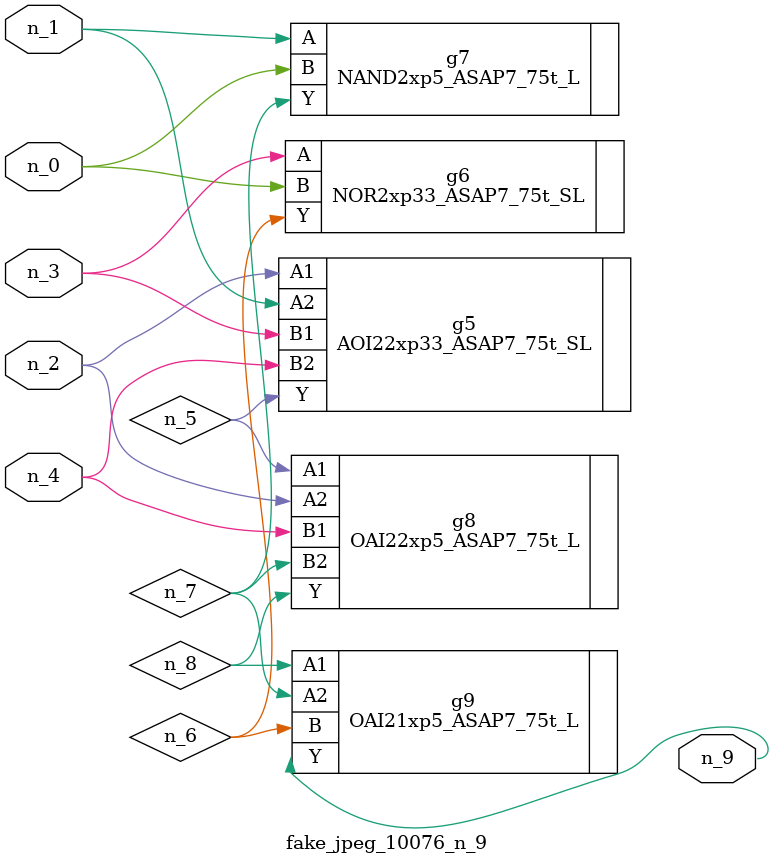
<source format=v>
module fake_jpeg_10076_n_9 (n_3, n_2, n_1, n_0, n_4, n_9);

input n_3;
input n_2;
input n_1;
input n_0;
input n_4;

output n_9;

wire n_8;
wire n_6;
wire n_5;
wire n_7;

AOI22xp33_ASAP7_75t_SL g5 ( 
.A1(n_2),
.A2(n_1),
.B1(n_3),
.B2(n_4),
.Y(n_5)
);

NOR2xp33_ASAP7_75t_SL g6 ( 
.A(n_3),
.B(n_0),
.Y(n_6)
);

NAND2xp5_ASAP7_75t_L g7 ( 
.A(n_1),
.B(n_0),
.Y(n_7)
);

OAI22xp5_ASAP7_75t_L g8 ( 
.A1(n_5),
.A2(n_2),
.B1(n_4),
.B2(n_7),
.Y(n_8)
);

OAI21xp5_ASAP7_75t_L g9 ( 
.A1(n_8),
.A2(n_7),
.B(n_6),
.Y(n_9)
);


endmodule
</source>
